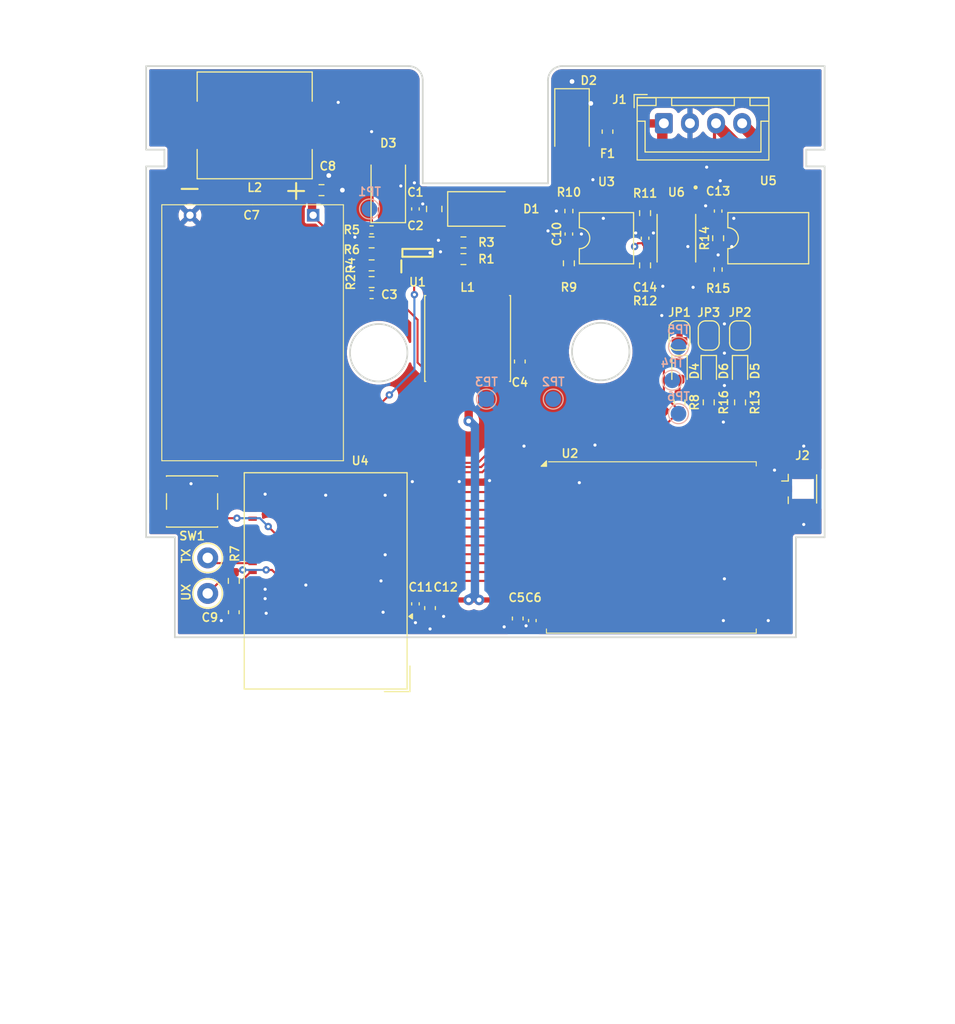
<source format=kicad_pcb>
(kicad_pcb (version 20241229) (generator "pcbnew") (generator_version "9.0")
  (title_block (comment 4 "AISLER Project ID: SLKYESEH"))
  (layers (0 "F.Cu" signal) (2 "B.Cu" signal) (13 "F.Paste" user) (15 "B.Paste" user) (5 "F.SilkS" user "F.Silkscreen") (7 "B.SilkS" user "B.Silkscreen") (1 "F.Mask" user) (3 "B.Mask" user) (25 "Edge.Cuts" user))
  (net 0 "")
  (net 1 "GND")
  (net 2 "+3.3V")
  (net 3 "/FB1")
  (net 4 "/VIN")
  (net 5 "/OPEN_BUZZER")
  (net 6 "/SW2")
  (net 7 "Net-(D4-A)")
  (net 8 "Net-(D4-K)")
  (net 9 "/I")
  (net 10 "/BELL_OFF")
  (net 11 "/RF.Antenna")
  (net 12 "/SW1")
  (net 13 "/VBS")
  (net 14 "/FB2")
  (net 15 "/~{BELL_SIGNAL}")
  (net 16 "Net-(R10-Pad1)")
  (net 17 "/RF.MOSI")
  (net 18 "/RF.IO3")
  (net 19 "/RF.MISO")
  (net 20 "/RF.IO0")
  (net 21 "/RF.SCLK")
  (net 22 "/~{POWER_FAIL}")
  (net 23 "Net-(D5-K)")
  (net 24 "/RF.IO2")
  (net 25 "/RF.IO1")
  (net 26 "/RF.IO5")
  (net 27 "/RF.IO4")
  (net 28 "/RF.Reset")
  (net 29 "/RF.CE")
  (net 30 "Net-(D5-A)")
  (net 31 "Net-(C7-Pad1)")
  (net 32 "Net-(U4-EN)")
  (net 33 "Net-(D1-A)")
  (net 34 "Net-(U6-A)")
  (net 36 "Net-(R15-Pad1)")
  (net 37 "Net-(U4-IO0)")
  (net 39 "/UART_TX")
  (net 40 "/UART_RX")
  (net 41 "Net-(D6-A)")
  (net 42 "Net-(D6-K)")
  (net 43 "/S_IN")
  (net 45 "/S_OUT")
  (footprint "Capacitor_SMD:C_0402_1005Metric" (layer "F.Cu") (at 133.8 117.8 -90)
    (property "Reference" "C12")
    (property "Value" "0.1uF")
  )
  (footprint "Resistor_SMD:R_0402_1005Metric_Pad0.72x0.64mm_HandSolder" (layer "F.Cu") (at 162.8 85.8 90)
    (property "Reference" "R15")
    (property "Value" "604")
  )
  (footprint "Capacitor_SMD:C_0402_1005Metric" (layer "F.Cu") (at 145 119.4 -90)
    (property "Reference" "C6")
    (property "Value" "0.1uF")
  )
  (footprint "Resistor_SMD:R_0402_1005Metric" (layer "F.Cu") (at 129.6 88.2)
    (property "Reference" "C3")
    (property "Value" "15pF")
  )
  (footprint "Resistor_SMD:R_0603_1608Metric" (layer "F.Cu") (at 148.5 85.2 -90)
    (property "Reference" "R9")
    (property "Value" "10k")
  )
  (footprint "TestPoint:TestPoint_Keystone_5000-5004_Miniature" (layer "F.Cu") (at 113.9 113.4)
    (property "Reference" "J3" (hide yes))
    (property "Value" "Conn_01x01")
  )
  (footprint "lib:OPTO_TLP2367_TPR_E" (layer "F.Cu") (at 158.8 82.8 -90)
    (property "Reference" "U6")
    (property "Value" "TLP2391")
  )
  (footprint "Capacitor_SMD:C_0402_1005Metric" (layer "F.Cu") (at 155.8 82.8 90)
    (property "Reference" "C14")
    (property "Value" "0.1uF")
  )
  (footprint "Package_DIP:SMDIP-4_W7.62mm" (layer "F.Cu") (at 152.1 82.8 90)
    (property "Reference" "U3")
    (property "Value" "G3VM-31DR")
  )
  (footprint "Capacitor_SMD:C_0402_1005Metric" (layer "F.Cu") (at 148.5 82.4 90)
    (property "Reference" "C10")
    (property "Value" "0.1uF")
  )
  (footprint "Resistor_SMD:R_0603_1608Metric" (layer "F.Cu") (at 155.8 85.4 -90)
    (property "Reference" "R12")
    (property "Value" "10k")
  )
  (footprint "Inductor_SMD:L_APV_ANR8040" (layer "F.Cu") (at 138.8 92.4 -90)
    (property "Reference" "L1")
    (property "Value" "15uH")
  )
  (footprint "Resistor_SMD:R_0603_1608Metric" (layer "F.Cu") (at 129.6 85.4 180)
    (property "Reference" "R4")
    (property "Value" "13.7k")
  )
  (footprint "Resistor_SMD:R_0603_1608Metric" (layer "F.Cu") (at 162.8 82.8 -90)
    (property "Reference" "R14")
    (property "Value" "10k")
  )
  (footprint "Jumper:SolderJumper-2_P1.3mm_Bridged_RoundedPad1.0x1.5mm" (layer "F.Cu") (at 161.9 92.1125 -90)
    (property "Reference" "JP3")
    (property "Value" "SolderJumper_2_Open")
  )
  (footprint "Jumper:SolderJumper-2_P1.3mm_Bridged_RoundedPad1.0x1.5mm" (layer "F.Cu") (at 159.1 92.1125 -90)
    (property "Reference" "JP1")
    (property "Value" "SolderJumper_2_Open")
  )
  (footprint "Resistor_SMD:R_0402_1005Metric" (layer "F.Cu") (at 129.6 82)
    (property "Reference" "R5")
    (property "Value" "40.2k")
  )
  (footprint "Resistor_SMD:R_0603_1608Metric" (layer "F.Cu") (at 159.1 98.5125 -90)
    (property "Reference" "R8")
    (property "Value" "5.6k")
  )
  (footprint "Resistor_SMD:R_0603_1608Metric" (layer "F.Cu") (at 129.6 87)
    (property "Reference" "R2")
    (property "Value" "43k")
  )
  (footprint "LED_SMD:LED_0603_1608Metric" (layer "F.Cu") (at 161.9 95.5125 -90)
    (property "Reference" "D6")
    (property "Value" "LED")
  )
  (footprint "lib:PHV5R4V155R" (layer "F.Cu") (at 112.2 80.6 180)
    (property "Reference" "C7")
    (property "Value" "1.5F, 5.4V" (hide yes))
  )
  (footprint "Resistor_SMD:R_0603_1608Metric" (layer "F.Cu") (at 138.4 84.8)
    (property "Reference" "R3")
    (property "Value" "10k")
  )
  (footprint "Resistor_SMD:R_0603_1608Metric" (layer "F.Cu") (at 155.8 80.4 -90)
    (property "Reference" "R11")
    (property "Value" "1.8k 200mW")
  )
  (footprint "Resistor_SMD:R_0603_1608Metric" (layer "F.Cu") (at 129.6 83.2 180)
    (property "Reference" "R6")
    (property "Value" "33.2k")
  )
  (footprint "TestPoint:TestPoint_Keystone_5000-5004_Miniature" (layer "F.Cu") (at 113.9 116.8)
    (property "Reference" "J4" (hide yes))
    (property "Value" "Conn_01x01")
  )
  (footprint "Resistor_SMD:R_0603_1608Metric" (layer "F.Cu") (at 164.9 98.5125 -90)
    (property "Reference" "R13")
    (property "Value" "5.6k")
  )
  (footprint "Button_Switch_SMD:SW_SPST_PTS647_Sx50" (layer "F.Cu") (at 112.4 108)
    (property "Reference" "SW1")
    (property "Value" "Boot")
  )
  (footprint "Inductor_SMD:L_APV_APH1040" (layer "F.Cu") (at 118.4 72 180)
    (property "Reference" "L2")
    (property "Value" "4.7uH")
  )
  (footprint "Resistor_SMD:R_0603_1608Metric" (layer "F.Cu") (at 116.4 115.6 -90)
    (property "Reference" "R7")
    (property "Value" "10k")
  )
  (footprint "Capacitor_SMD:C_0402_1005Metric" (layer "F.Cu") (at 162.8 80.2 90)
    (property "Reference" "C13")
    (property "Value" "0.1uF")
  )
  (footprint "LED_SMD:LED_0603_1608Metric" (layer "F.Cu") (at 164.9 95.5125 -90)
    (property "Reference" "D5")
    (property "Value" "LED")
  )
  (footprint "lib:SOT65P280X100-8N" (layer "F.Cu") (at 134 84.2 90)
    (property "Reference" "U1")
    (property "Value" "MP5493GJ-Z" (hide yes))
  )
  (footprint "Jumper:SolderJumper-2_P1.3mm_Bridged_RoundedPad1.0x1.5mm" (layer "F.Cu") (at 164.9 92.1125 -90)
    (property "Reference" "JP2")
    (property "Value" "SolderJumper_2_Open")
  )
  (footprint "Connector_JST:JST_XH_B4B-XH-A_1x04_P2.50mm_Vertical" (layer "F.Cu") (at 157.6 71.8)
    (property "Reference" "J1")
    (property "Value" "B4B-XH")
  )
  (footprint "Capacitor_SMD:C_0402_1005Metric" (layer "F.Cu") (at 133.8 80 90)
    (property "Reference" "C2")
    (property "Value" "0.1uF")
  )
  (footprint "Resistor_SMD:R_0603_1608Metric" (layer "F.Cu") (at 124.8 78.2)
    (property "Reference" "C8")
    (property "Value" "1uF")
  )
  (footprint "Diode_SMD:D_SMA" (layer "F.Cu") (at 131.2 77.8 90)
    (property "Reference" "D3")
    (property "Value" "2A")
  )
  (footprint "Diode_SMD:D_SMA" (layer "F.Cu") (at 140.4 80)
    (property "Reference" "D1")
    (property "Value" "2A")
  )
  (footprint "Capacitor_SMD:C_0603_1608Metric" (layer "F.Cu") (at 116.4 118.6 -90)
    (property "Reference" "C9")
    (property "Value" "1uF")
  )
  (footprint "Resistor_SMD:R_0402_1005Metric_Pad0.72x0.64mm_HandSolder" (layer "F.Cu") (at 148.5 80.2 90)
    (property "Reference" "R10")
    (property "Value" "604")
  )
  (footprint "Resistor_SMD:R_0603_1608Metric" (layer "F.Cu") (at 138.4 83.2 180)
    (property "Reference" "R1")
    (property "Value" "88.6k")
  )
  (footprint "Resistor_SMD:R_0603_1608Metric" (layer "F.Cu") (at 161.9 98.5125 -90)
    (property "Reference" "R16")
    (property "Value" "5.6k")
  )
  (footprint "Fuse:Fuse_0603_1608Metric" (layer "F.Cu") (at 152.2 72.6 -90)
    (property "Reference" "F1")
    (property "Value" "1A")
  )
  (footprint "Diode_SMD:D_SMA" (layer "F.Cu") (at 148.8 72 -90)
    (property "Reference" "D2")
    (property "Value" "P4SMAJ24CA-AQ")
  )
  (footprint "Connector_Coaxial:U.FL_Hirose_U.FL-R-SMT-1_Vertical" (layer "F.Cu") (at 170.4 106.8)
    (property "Reference" "J2")
    (property "Value" "CONUFL001-SMD-T")
  )
  (footprint "RF_Module:ESP32-S2-MINI-1" (layer "F.Cu") (at 125.2 115.6 180)
    (property "Reference" "U4")
    (property "Value" "ESP32-S2-MINI-2")
  )
  (footprint "Package_DIP:SMDIP-6_W7.62mm" (layer "F.Cu") (at 167.6 82.8 90)
    (property "Reference" "U5")
    (property "Value" "G3VM-63ER")
  )
  (footprint "Capacitor_SMD:C_0603_1608Metric" (layer "F.Cu") (at 143.6 119.2 -90)
    (property "Reference" "C5")
    (property "Value" "10uF")
  )
  (footprint "RF_Module:HOPERF_RFM69HW" (layer "F.Cu") (at 156.4 112.4)
    (property "Reference" "U2")
    (property "Value" "RFM69W")
  )
  (footprint "Capacitor_SMD:C_0805_2012Metric" (layer "F.Cu") (at 135.6 80 90)
    (property "Reference" "C1")
    (property "Value" "10uF")
  )
  (footprint "LED_SMD:LED_0603_1608Metric" (layer "F.Cu") (at 159.1 95.5125 -90)
    (property "Reference" "D4")
    (property "Value" "LED")
  )
  (footprint "Capacitor_SMD:C_0603_1608Metric" (layer "F.Cu") (at 143.8 94.6 90)
    (property "Reference" "C4")
    (property "Value" "10uF")
  )
  (footprint "Capacitor_SMD:C_0603_1608Metric" (layer "F.Cu") (at 135.2 118.2 -90)
    (property "Reference" "C11")
    (property "Value" "10uF")
  )
  (footprint "TestPoint:TestPoint_Pad_D1.5mm" (layer "B.Cu") (at 159 99.6 180)
    (property "Reference" "TP6")
    (property "Value" "TestPoint")
  )
  (footprint "TestPoint:TestPoint_Pad_D1.5mm" (layer "B.Cu") (at 159 93.2 180)
    (property "Reference" "TP5")
    (property "Value" "TestPoint")
  )
  (footprint "TestPoint:TestPoint_Pad_D1.5mm" (layer "B.Cu") (at 129.4 80 180)
    (property "Reference" "TP1")
    (property "Value" "TestPoint")
  )
  (footprint "TestPoint:TestPoint_Pad_D1.5mm" (layer "B.Cu") (at 140.6 98.2 180)
    (property "Reference" "TP3")
    (property "Value" "TestPoint")
  )
  (footprint "TestPoint:TestPoint_Pad_D1.5mm" (layer "B.Cu") (at 147 98.2 180)
    (property "Reference" "TP2")
    (property "Value" "TestPoint")
  )
  (footprint "TestPoint:TestPoint_Pad_D1.5mm" (layer "B.Cu") (at 158.4 96.4 180)
    (property "Reference" "TP4")
    (property "Value" "TestPoint")
  )
  (gr_line (start 171.25 74.325579) (end 171.25 75.925579) (stroke (width 0.16)) (layer "Edge.Cuts"))
  (gr_line (start 108 111.425579) (end 110.75 111.425579) (stroke (width 0.16)) (layer "Edge.Cuts"))
  (gr_line (start 134.5 77.54427) (end 146.5 77.54427) (stroke (width 0.16)) (layer "Edge.Cuts"))
  (gr_line (start 108 66.325579) (end 133.154834 66.325579) (stroke (width 0.16)) (layer "Edge.Cuts"))
  (gr_line (start 108 74.325579) (end 109.75 74.325579) (stroke (width 0.16)) (layer "Edge.Cuts"))
  (gr_line (start 147.845166 66.325579) (end 173 66.325579) (stroke (width 0.16)) (layer "Edge.Cuts"))
  (gr_line (start 110.75 121) (end 110.75 111.425579) (stroke (width 0.16)) (layer "Edge.Cuts"))
  (gr_line (start 134.5 67.670745) (end 134.5 77.54427) (stroke (width 0.16)) (layer "Edge.Cuts"))
  (gr_line (start 108 66.325579) (end 108 74.325579) (stroke (width 0.16)) (layer "Edge.Cuts"))
  (gr_line (start 173 75.925579) (end 173 111.425579) (stroke (width 0.16)) (layer "Edge.Cuts"))
  (gr_line (start 108 75.925579) (end 108 111.425579) (stroke (width 0.16)) (layer "Edge.Cuts"))
  (gr_line (start 109.75 75.925579) (end 108 75.925579) (stroke (width 0.16)) (layer "Edge.Cuts"))
  (gr_line (start 171.25 75.925579) (end 173 75.925579) (stroke (width 0.16)) (layer "Edge.Cuts"))
  (gr_circle (center 130.281841 93.763554) (end 127.531841 93.763554) (stroke (width 0.16)) (fill no) (layer "Edge.Cuts"))
  (gr_line (start 173 111.425579) (end 170.25 111.425579) (stroke (width 0.16)) (layer "Edge.Cuts"))
  (gr_circle (center 151.55151 93.650085) (end 148.80151 93.650085) (stroke (width 0.16)) (fill no) (layer "Edge.Cuts"))
  (gr_line (start 173 66.325579) (end 173 74.325579) (stroke (width 0.16)) (layer "Edge.Cuts"))
  (gr_line (start 146.5 77.54427) (end 146.5 67.670745) (stroke (width 0.16)) (layer "Edge.Cuts"))
  (gr_arc (start 133.154834 66.325579) (mid 134.10601 66.719569) (end 134.5 67.670745) (stroke (width 0.16)) (layer "Edge.Cuts"))
  (gr_line (start 109.75 74.325579) (end 109.75 75.925579) (stroke (width 0.16)) (layer "Edge.Cuts"))
  (gr_line (start 170.25 121) (end 110.75 121) (stroke (width 0.16)) (layer "Edge.Cuts"))
  (gr_arc (start 146.5 67.670745) (mid 146.89399 66.719569) (end 147.845166 66.325579) (stroke (width 0.16)) (layer "Edge.Cuts"))
  (gr_line (start 170.25 111.425579) (end 170.25 121) (stroke (width 0.16)) (layer "Edge.Cuts"))
  (gr_line (start 173 74.325579) (end 171.25 74.325579) (stroke (width 0.16)) (layer "Edge.Cuts"))
  (gr_text "TX" (at 112.3 114 90) (layer "F.SilkS") (effects (font (size 0.8 0.8) (thickness 0.15) (bold yes)) (justify left bottom)))
  (gr_text "+" (at 121 79.3 0) (layer "F.SilkS") (effects (font (size 2 2) (thickness 0.2)) (justify left bottom)))
  (gr_text "-" (at 110.8 79.1 0) (layer "F.SilkS") (effects (font (size 2 2) (thickness 0.2)) (justify left bottom)))
  (gr_text "UX\n" (at 112.3 117.6 90) (layer "F.SilkS") (effects (font (size 0.8 0.8) (thickness 0.15) (bold yes)) (justify left bottom)))
  (segment (start 128.4 83.1) (end 128 82.7) (width 0.2) (layer "F.Cu") (net 1))
  (segment (start 133.8 79.52) (end 134.5 79.52) (width 0.5) (layer "F.Cu") (net 1))
  (segment (start 134.5 79.52) (end 135.13 79.52) (width 0.5) (layer "F.Cu") (net 1))
  (segment (start 128.775 83.1) (end 128.4 83.1) (width 0.2) (layer "F.Cu") (net 1))
  (segment (start 135.13 79.52) (end 135.6 79.05) (width 0.5) (layer "F.Cu") (net 1))
  (via (at 163.3 100.4) (size 0.7) (drill 0.3) (layers "F.Cu" "B.Cu") (net 1))
  (via (at 130.9 107.4) (size 0.7) (drill 0.3) (layers "F.Cu" "B.Cu") (net 1))
  (via (at 164.1 83.6) (size 0.7) (drill 0.3) (layers "F.Cu" "B.Cu") (net 1))
  (via (at 136.5 119) (size 0.7) (drill 0.3) (layers "F.Cu" "B.Cu") (net 1))
  (via (at 134.5 79.52) (size 0.7) (drill 0.3) (layers "F.Cu" "B.Cu") (net 1))
  (via (at 132.4 77.8) (size 0.7) (drill 0.3) (layers "F.Cu" "B.Cu") (net 1))
  (via (at 151.8 80.9) (size 0.7) (drill 0.3) (layers "F.Cu" "B.Cu") (net 1))
  (via (at 130.9 113.1) (size 0.7) (drill 0.3) (layers "F.Cu" "B.Cu") (net 1))
  (via (at 119.4 117.3) (size 0.7) (drill 0.3) (layers "F.Cu" "B.Cu") (net 1))
  (via (at 163.4 93.8) (size 0.7) (drill 0.3) (layers "F.Cu" "B.Cu") (net 1))
  (via (at 136.2 84.1) (size 0.7) (drill 0.3) (layers "F.Cu" "B.Cu") (net 1))
  (via (at 148.8 67.8) (size 0.85) (drill 0.45) (layers "F.Cu" "B.Cu") (net 1))
  (via (at 147.3 80.2) (size 0.7) (drill 0.3) (layers "F.Cu" "B.Cu") (net 1))
  (via (at 163.4 96.9) (size 0.7) (drill 0.3) (layers "F.Cu" "B.Cu") (net 1))
  (via (at 146.5 82.1) (size 0.7) (drill 0.3) (layers "F.Cu" "B.Cu") (net 1))
  (via (at 126.4 69.8) (size 0.7) (drill 0.3) (layers "F.Cu" "B.Cu") (net 1))
  (via (at 161.7 76) (size 0.7) (drill 0.3) (layers "F.Cu" "B.Cu") (net 1))
  (via (at 136 83) (size 0.7) (drill 0.3) (layers "F.Cu" "B.Cu") (net 1))
  (via (at 151 102.6) (size 0.7) (drill 0.3) (layers "F.Cu" "B.Cu") (net 1))
  (via (at 119.4 116.4) (size 0.7) (drill 0.3) (layers "F.Cu" "B.Cu") (net 1))
  (via (at 160.4 87.5) (size 0.7) (drill 0.3) (layers "F.Cu" "B.Cu") (net 1))
  (via (at 125.2 107.4) (size 0.7) (drill 0.3) (layers "F.Cu" "B.Cu") (net 1))
  (via (at 157.4 90.2) (size 0.7) (drill 0.3) (layers "F.Cu" "B.Cu") (net 1))
  (via (at 133.7 77.5) (size 0.7) (drill 0.3) (layers "F.Cu" "B.Cu") (net 1))
  (via (at 163.4 91) (size 0.7) (drill 0.3) (layers "F.Cu" "B.Cu") (net 1))
  (via (at 171 110.2) (size 0.7) (drill 0.3) (layers "F.Cu" "B.Cu") (net 1))
  (via (at 123.3 116) (size 0.7) (drill 0.3) (layers "F.Cu" "B.Cu") (net 1))
  (via (at 157.5 87.4) (size 0.7) (drill 0.3) (layers "F.Cu" "B.Cu") (net 1))
  (via (at 163.4 115.4) (size 0.7) (drill 0.3) (layers "F.Cu" "B.Cu") (net 1))
  (via (at 135.2 84.2) (size 0.7) (drill 0.3) (layers "F.Cu" "B.Cu") (net 1))
  (via (at 138 106.1) (size 0.7) (drill 0.3) (layers "F.Cu" "B.Cu") (net 1))
  (via (at 115.2 119.4) (size 0.7) (drill 0.3) (layers "F.Cu" "B.Cu") (net 1))
  (via (at 159.9 83.6) (size 0.7) (drill 0.3) (layers "F.Cu" "B.Cu") (net 1))
  (via (at 161.6 79.7) (size 0.7) (drill 0.3) (layers "F.Cu" "B.Cu") (net 1))
  (via (at 149.5 106.2) (size 0.7) (drill 0.3) (layers "F.Cu" "B.Cu") (net 1))
  (via (at 164.3 80.9) (size 0.7) (drill 0.3) (layers "F.Cu" "B.Cu") (net 1))
  (via (at 144.2 102.7) (size 0.7) (drill 0.3) (layers "F.Cu" "B.Cu") (net 1))
  (via (at 119.5 118.7) (size 0.7) (drill 0.3) (layers "F.Cu" "B.Cu") (net 1))
  (via (at 128 82.7) (size 0.7) (drill 0.3) (layers "F.Cu" "B.Cu") (net 1))
  (via (at 163.3 119.4) (size 0.7) (drill 0.3) (layers "F.Cu" "B.Cu") (net 1))
  (via (at 168.2 105) (size 0.7) (drill 0.3) (layers "F.Cu" "B.Cu") (net 1))
  (via (at 167.6 119.4) (size 0.7) (drill 0.3) (layers "F.Cu" "B.Cu") (net 1))
  (via (at 150.6 69.9) (size 0.85) (drill 0.45) (layers "F.Cu" "B.Cu") (net 1))
  (via (at 127.6 85.5) (size 0.7) (drill 0.3) (layers "F.Cu" "B.Cu") (net 1))
  (via (at 150.8 77.2) (size 0.7) (drill 0.3) (layers "F.Cu" "B.Cu") (net 1))
  (via (at 149.7 82.4) (size 0.7) (drill 0.3) (layers "F.Cu" "B.Cu") (net 1))
  (via (at 133.5 106.1) (size 0.7) (drill 0.3) (layers "F.Cu" "B.Cu") (net 1))
  (via (at 130.7 118.6) (size 0.7) (drill 0.3) (layers "F.Cu" "B.Cu") (net 1))
  (via (at 112.3 106.3) (size 0.7) (drill 0.3) (layers "F.Cu" "B.Cu") (net 1))
  (via (at 129.6 72.6) (size 0.7) (drill 0.3) (layers "F.Cu" "B.Cu") (net 1))
  (via (at 163 77.3) (size 0.7) (drill 0.3) (layers "F.Cu" "B.Cu") (net 1))
  (via (at 162.8 84.4) (size 0.7) (drill 0.3) (layers "F.Cu" "B.Cu") (net 1))
  (via (at 125.5 76.8) (size 0.85) (drill 0.45) (layers "F.Cu" "B.Cu") (net 1))
  (via (at 133.8 119.6) (size 0.7) (drill 0.3) (layers "F.Cu" "B.Cu") (net 1))
  (via (at 130.5 115.6) (size 0.7) (drill 0.3) (layers "F.Cu" "B.Cu") (net 1))
  (via (at 140.9 106) (size 0.7) (drill 0.3) (layers "F.Cu" "B.Cu") (net 1))
  (via (at 156.6 82.3) (size 0.7) (drill 0.3) (layers "F.Cu" "B.Cu") (net 1))
  (via (at 171 102.7) (size 0.7) (drill 0.3) (layers "F.Cu" "B.Cu") (net 1))
  (via (at 144.4 119.9) (size 0.7) (drill 0.3) (layers "F.Cu" "B.Cu") (net 1))
  (via (at 135.2 120.2) (size 0.7) (drill 0.3) (layers "F.Cu" "B.Cu") (net 1))
  (via (at 119.4 107.3) (size 0.7) (drill 0.3) (layers "F.Cu" "B.Cu") (net 1))
  (via (at 154.9 82.3) (size 0.7) (drill 0.3) (layers "F.Cu" "B.Cu") (net 1))
  (via (at 126.8 78.2) (size 0.85) (drill 0.45) (layers "F.Cu" "B.Cu") (net 1))
  (via (at 142.3 120) (size 0.7) (drill 0.3) (layers "F.Cu" "B.Cu") (net 1))
  (segment (start 134.795 117.32) (end 135.1 117.625) (width 0.4) (layer "F.Cu") (net 2))
  (segment (start 133.78 117.3) (end 133.8 117.32) (width 0.4) (layer "F.Cu") (net 2))
  (segment (start 117.149998 114.65) (end 117.249998 114.55) (width 0.2) (layer "F.Cu") (net 2))
  (segment (start 159.275 84.475) (end 155.7 84.475) (width 0.2) (layer "F.Cu") (net 2))
  (segment (start 134 94.7) (end 134.6 95.3) (width 0.2) (layer "F.Cu") (net 2))
  (segment (start 134.6 95.3) (end 138.7 95.3) (width 0.2) (layer "F.Cu") (net 2))
  (segment (start 129.5 89.4) (end 132.8 89.4) (width 0.2) (layer "F.Cu") (net 2))
  (segment (start 143.995 118.92) (end 143.5 118.425) (width 0.4) (layer "F.Cu") (net 2))
  (segment (start 155.8 83.28) (end 155.12 83.28) (width 0.2) (layer "F.Cu") (net 2))
  (segment (start 119.5 114.55) (end 120.05 114.55) (width 0.2) (layer "F.Cu") (net 2))
  (segment (start 135.1 117.425) (end 142.5 117.425) (width 0.5) (layer "F.Cu") (net 2))
  (segment (start 145.55 95.3) (end 138.7 95.3) (width 1) (layer "F.Cu") (net 2))
  (segment (start 129.09 88.2) (end 129.09 88.99) (width 0.2) (layer "F.Cu") (net 2))
  (segment (start 159.97 85.95) (end 159.97 85.17) (width 0.2) (layer "F.Cu") (net 2))
  (segment (start 133.8 117.32) (end 134.795 117.32) (width 0.4) (layer "F.Cu") (net 2))
  (segment (start 142.5 117.425) (end 143.5 118.425) (width 0.5) (layer "F.Cu") (net 2))
  (segment (start 120.05 114.55) (end 122.8 117.3) (width 0.2) (layer "F.Cu") (net 2))
  (segment (start 129.09 88.99) (end 129.5 89.4) (width 0.2) (layer "F.Cu") (net 2))
  (segment (start 146.1 119.4) (end 145.62 118.92) (width 0.4) (layer "F.Cu") (net 2))
  (segment (start 147.2 119.4) (end 146.1 119.4) (width 0.4) (layer "F.Cu") (net 2))
  (segment (start 144.9 118.92) (end 143.995 118.92) (width 0.4) (layer "F.Cu") (net 2))
  (segment (start 134 90.6) (end 134 94.7) (width 0.2) (layer "F.Cu") (net 2))
  (segment (start 128.775 87.885) (end 129.09 88.2) (width 0.2) (layer "F.Cu") (net 2))
  (segment (start 138.9 95.5) (end 138.8 95.4) (width 0.8) (layer "F.Cu") (net 2))
  (segment (start 128.775 86.9) (end 128.775 87.885) (width 0.2) (layer "F.Cu") (net 2))
  (segment (start 155.7 84.475) (end 155.7 83.28) (width 0.2) (layer "F.Cu") (net 2))
  (segment (start 132.2 117.3) (end 133.78 117.3) (width 0.4) (layer "F.Cu") (net 2))
  (segment (start 155.12 83.28) (end 154.8 83.6) (width 0.2) (layer "F.Cu") (net 2))
  (segment (start 132.8 89.4) (end 134 90.6) (width 0.2) (layer "F.Cu") (net 2))
  (segment (start 159.97 85.17) (end 159.275 84.475) (width 0.2) (layer "F.Cu") (net 2))
  (segment (start 116.4 114.65) (end 117.149998 114.65) (width 0.2) (layer "F.Cu") (net 2))
  (segment (start 138.9 100.3) (end 138.9 95.5) (width 0.8) (layer "F.Cu") (net 2))
  (segment (start 122.8 117.3) (end 132.2 117.3) (width 0.2) (layer "F.Cu") (net 2))
  (segment (start 145.62 118.92) (end 144.9 118.92) (width 0.4) (layer "F.Cu") (net 2))
  (via (at 154.8 83.6) (size 0.7) (drill 0.3) (layers "F.Cu" "B.Cu") (net 2))
  (via (at 139.9 117.425) (size 1) (drill 0.45) (layers "F.Cu" "B.Cu") (net 2))
  (via (at 138.9 117.425) (size 1) (drill 0.45) (layers "F.Cu" "B.Cu") (net 2))
  (via (at 119.5 114.55) (size 0.7) (drill 0.3) (layers "F.Cu" "B.Cu") (net 2))
  (via (at 117.249998 114.55) (size 0.7) (drill 0.3) (layers "F.Cu" "B.Cu") (net 2))
  (via (at 138.9 100.3) (size 1) (drill 0.45) (layers "F.Cu" "B.Cu") (net 2))
  (segment (start 139.5 117.025) (end 139.5 100.8) (width 0.8) (layer "B.Cu") (net 2))
  (segment (start 139.9 117.425) (end 139.5 117.025) (width 0.5) (layer "B.Cu") (net 2))
  (segment (start 139.1 117.425) (end 139.5 117.025) (width 0.5) (layer "B.Cu") (net 2))
  (segment (start 139.5 100.8) (end 139 100.3) (width 0.8) (layer "B.Cu") (net 2))
  (segment (start 119.5 114.55) (end 117.249998 114.55) (width 0.2) (layer "B.Cu") (net 2))
  (segment (start 138.9 117.425) (end 139.1 117.425) (width 0.5) (layer "B.Cu") (net 2))
  (segment (start 139 100.3) (end 138.9 100.3) (width 0.8) (layer "B.Cu") (net 2))
  (segment (start 130.425 87.885) (end 130.11 88.2) (width 0.2) (layer "F.Cu") (net 3))
  (segment (start 132.925 85.4) (end 133.025 85.5) (width 0.2) (layer "F.Cu") (net 3))
  (segment (start 130.425 86.9) (end 130.425 87.885) (width 0.2) (layer "F.Cu") (net 3))
  (segment (start 130.425 85.4) (end 130.425 86.9) (width 0.2) (layer "F.Cu") (net 3))
  (segment (start 130.425 85.4) (end 132.925 85.4) (width 0.2) (layer "F.Cu") (net 3))
  (segment (start 159.1 99.3375) (end 157.6 97.8375) (width 0.2) (layer "F.Cu") (net 5))
  (segment (start 139.8 104.3) (end 130.5 104.3) (width 0.2) (layer "F.Cu") (net 5))
  (segment (start 157.6 92.5) (end 154 88.9) (width 0.2) (layer "F.Cu") (net 5))
  (segment (start 148.5 84.275) (end 149.605 84.275) (width 0.2) (layer "F.Cu") (net 5))
  (segment (start 143.5 100.6) (end 139.8 104.3) (width 0.2) (layer "F.Cu") (net 5))
  (segment (start 157.6 97.8375) (end 157.6 92.5) (width 0.2) (layer "F.Cu") (net 5))
  (segment (start 149.605 84.275) (end 151.13 85.8) (width 0.2) (layer "F.Cu") (net 5))
  (segment (start 152.3 88.9) (end 150.83 87.43) (width 0.2) (layer "F.Cu") (net 5))
  (segment (start 129.45 105.35) (end 129.45 106.05) (width 0.2) (layer "F.Cu") (net 5))
  (segment (start 148.5 82.88) (end 148.5 84.275) (width 0.2) (layer "F.Cu") (net 5))
  (segment (start 157.8375 100.6) (end 143.5 100.6) (width 0.2) (layer "F.Cu") (net 5))
  (segment (start 150.83 87.43) (end 150.83 86.61) (width 0.2) (layer "F.Cu") (net 5))
  (segment (start 130.5 104.3) (end 129.45 105.35) (width 0.2) (layer "F.Cu") (net 5))
  (segment (start 159.1 99.3375) (end 157.8375 100.6) (width 0.2) (layer "F.Cu") (net 5))
  (segment (start 154 88.9) (end 152.3 88.9) (width 0.2) (layer "F.Cu") (net 5))
  (segment (start 127.8 68.3) (end 131.1 71.6) (width 1) (layer "F.Cu") (net 6))
  (segment (start 131.1 71.6) (end 131.1 75.8) (width 1) (layer "F.Cu") (net 6))
  (segment (start 113.65 71.9) (end 117.25 68.3) (width 1) (layer "F.Cu") (net 6))
  (segment (start 117.25 68.3) (end 127.8 68.3) (width 1) (layer "F.Cu") (net 6))
  (segment (start 159.1 97.5875) (end 159.1 96.3) (width 0.2) (layer "F.Cu") (net 7))
  (segment (start 159.1 94.725) (end 159.1 92.8625) (width 0.2) (layer "F.Cu") (net 8))
  (segment (start 153.37 77.73) (end 157.45 73.65) (width 1) (layer "F.Cu") (net 9))
  (segment (start 157.4125 71.8125) (end 157.45 71.775) (width 0.8) (layer "F.Cu") (net 9))
  (segment (start 152.1 71.8125) (end 157.4125 71.8125) (width 0.8) (layer "F.Cu") (net 9))
  (segment (start 153.37 78.99) (end 153.37 77.73) (width 1) (layer "F.Cu") (net 9))
  (segment (start 157.45 73.65) (end 157.45 71.775) (width 1) (layer "F.Cu") (net 9))
  (segment (start 164.9 100.5) (end 164.9 99.3375) (width 0.2) (layer "F.Cu") (net 10))
  (segment (start 166 90.7) (end 164.9 89.6) (width 0.2) (layer "F.Cu") (net 10))
  (segment (start 140.2 105.2) (end 143.8 101.6) (width 0.2) (layer "F.Cu") (net 10))
  (segment (start 161.5 82.5) (end 162.025 81.975) (width 0.2) (layer "F.Cu") (net 10))
  (segment (start 131.15 105.65) (end 131.6 105.2) (width 0.2) (layer "F.Cu") (net 10))
  (segment (start 164.9 89.6) (end 163.1 89.6) (width 0.2) (layer "F.Cu") (net 10))
  (segment (start 166 98.5) (end 166 90.7) (width 0.2) (layer "F.Cu") (net 10))
  (segment (start 164.9 99.3375) (end 165.1625 99.3375) (width 0.2) (layer "F.Cu") (net 10))
  (segment (start 165.1625 99.3375) (end 166 98.5) (width 0.2) (layer "F.Cu") (net 10))
  (segment (start 131.6 105.2) (end 140.2 105.2) (width 0.2) (layer "F.Cu") (net 10))
  (segment (start 163.975 81.975) (end 162.7 81.975) (width 0.2) (layer "F.Cu") (net 10))
  (segment (start 163.8 101.6) (end 164.9 100.5) (width 0.2) (layer "F.Cu") (net 10))
  (segment (start 143.8 101.6) (end 163.8 101.6) (width 0.2) (layer "F.Cu") (net 10))
  (segment (start 165.06 83.06) (end 163.975 81.975) (width 0.2) (layer "F.Cu") (net 10))
  (segment (start 162.8 81.875) (end 162.7 81.975) (width 0.2) (layer "F.Cu") (net 10))
  (segment (start 165.06 86.61) (end 165.06 83.06) (width 0.2) (layer "F.Cu") (net 10))
  (segment (start 162.8 80.68) (end 162.8 81.875) (width 0.2) (layer "F.Cu") (net 10))
  (segment (start 162.025 81.975) (end 162.8 81.975) (width 0.2) (layer "F.Cu") (net 10))
  (segment (start 131.15 106.05) (end 131.15 105.65) (width 0.2) (layer "F.Cu") (net 10))
  (segment (start 161.5 88) (end 161.5 82.5) (width 0.2) (layer "F.Cu") (net 10))
  (segment (start 163.1 89.6) (end 161.5 88) (width 0.2) (layer "F.Cu") (net 10))
  (segment (start 165.4 117.4) (end 167.3 117.4) (width 0.85) (layer "F.Cu") (net 11))
  (segment (start 168.5 107.55) (end 169.25 106.8) (width 0.85) (layer "F.Cu") (net 11))
  (segment (start 167.3 117.4) (end 168.5 116.2) (width 0.85) (layer "F.Cu") (net 11))
  (segment (start 168.5 116.2) (end 168.5 107.55) (width 0.85) (layer "F.Cu") (net 11))
  (segment (start 136.6 85.5) (end 134.975 85.5) (width 0.2) (layer "F.Cu") (net 13))
  (segment (start 137.575 83.1) (end 137.575 84.7) (width 0.2) (layer "F.Cu") (net 13))
  (segment (start 137.575 84.7) (end 137.4 84.7) (width 0.2) (layer "F.Cu") (net 13))
  (segment (start 137.4 84.7) (end 136.6 85.5) (width 0.2) (layer "F.Cu") (net 13))
  (segment (start 130.11 81.9) (end 130.11 82.885) (width 0.2) (layer "F.Cu") (net 14))
  (segment (start 130.725 82.9) (end 130.425 83.2) (width 0.2) (layer "F.Cu") (net 14))
  (segment (start 133.025 82.9) (end 130.725 82.9) (width 0.2) (layer "F.Cu") (net 14))
  (segment (start 130.11 82.885) (end 130.425 83.2) (width 0.2) (layer "F.Cu") (net 14))
  (segment (start 140.1 104.7) (end 143.7 101.1) (width 0.2) (layer "F.Cu") (net 15))
  (segment (start 130.3 106.05) (end 130.3 105.4) (width 0.2) (layer "F.Cu") (net 15))
  (segment (start 143.7 101.1) (end 161 101.1) (width 0.2) (layer "F.Cu") (net 15))
  (segment (start 155.7 85.9) (end 156.7 84.9) (width 0.2) (layer "F.Cu") (net 15))
  (segment (start 161 101.1) (end 161.9 100.2) (width 0.2) (layer "F.Cu") (net 15))
  (segment (start 130.3 105.4) (end 131 104.7) (width 0.2) (layer "F.Cu") (net 15))
  (segment (start 156.7 84.9) (end 158.4 84.9) (width 0.2) (layer "F.Cu") (net 15))
  (segment (start 160.5 97.9375) (end 160.5 89.1) (width 0.2) (layer "F.Cu") (net 15))
  (segment (start 158.7 85.2) (end 158.7 85.95) (width 0.2) (layer "F.Cu") (net 15))
  (segment (start 158.8 87.4) (end 158.8 85.95) (width 0.2) (layer "F.Cu") (net 15))
  (segment (start 161.9 99.3375) (end 160.5 97.9375) (width 0.2) (layer "F.Cu") (net 15))
  (segment (start 160.5 89.1) (end 158.8 87.4) (width 0.2) (layer "F.Cu") (net 15))
  (segment (start 155.7 86.125) (end 155.7 85.9) (width 0.2) (layer "F.Cu") (net 15))
  (segment (start 158.4 84.9) (end 158.7 85.2) (width 0.2) (layer "F.Cu") (net 15))
  (segment (start 161.9 100.2) (end 161.9 99.3375) (width 0.2) (layer "F.Cu") (net 15))
  (segment (start 131 104.7) (end 140.1 104.7) (width 0.2) (layer "F.Cu") (net 15))
  (segment (start 148.5 80.7975) (end 148.6 80.6975) (width 0.2) (layer "F.Cu") (net 16))
  (segment (start 153.67 84.37) (end 153.67 85.8) (width 0.2) (layer "F.Cu") (net 16))
  (segment (start 149.9975 80.6975) (end 153.67 84.37) (width 0.2) (layer "F.Cu") (net 16))
  (segment (start 148.6 80.6975) (end 149.9975 80.6975) (width 0.2) (layer "F.Cu") (net 16))
  (segment (start 132.2 107.95) (end 141.15 107.95) (width 0.2) (layer "F.Cu") (net 17))
  (segment (start 141.15 107.95) (end 145.5 103.6) (width 0.2) (layer "F.Cu") (net 17))
  (segment (start 145.5 103.6) (end 149.7 103.6) (width 0.2) (layer "F.Cu") (net 17))
  (segment (start 155.5 109.4) (end 165.4 109.4) (width 0.2) (layer "F.Cu") (net 17))
  (segment (start 149.7 103.6) (end 155.5 109.4) (width 0.2) (layer "F.Cu") (net 17))
  (segment (start 132.2 113.9) (end 145.4 113.9) (width 0.2) (layer "F.Cu") (net 18))
  (segment (start 145.4 113.9) (end 145.9 113.4) (width 0.2) (layer "F.Cu") (net 18))
  (segment (start 145.9 113.4) (end 147.2 113.4) (width 0.2) (layer "F.Cu") (net 18))
  (segment (start 156.9 111.4) (end 165.4 111.4) (width 0.2) (layer "F.Cu") (net 19))
  (segment (start 149.5 104) (end 156.9 111.4) (width 0.2) (layer "F.Cu") (net 19))
  (segment (start 140.9 108.8) (end 145.7 104) (width 0.2) (layer "F.Cu") (net 19))
  (segment (start 132.2 108.8) (end 140.9 108.8) (width 0.2) (layer "F.Cu") (net 19))
  (segment (start 145.7 104) (end 149.5 104) (width 0.2) (layer "F.Cu") (net 19))
  (segment (start 132.2 111.35) (end 142.15 111.35) (width 0.2) (layer "F.Cu") (net 20))
  (segment (start 146.1 107.4) (end 147.2 107.4) (width 0.2) (layer "F.Cu") (net 20))
  (segment (start 142.15 111.35) (end 146.1 107.4) (width 0.2) (layer "F.Cu") (net 20))
  (segment (start 158.3 113.4) (end 165.4 113.4) (width 0.2) (layer "F.Cu") (net 21))
  (segment (start 149.3 104.4) (end 158.3 113.4) (width 0.2) (layer "F.Cu") (net 21))
  (segment (start 132.2 109.65) (end 140.65 109.65) (width 0.2) (layer "F.Cu") (net 21))
  (segment (start 140.65 109.65) (end 145.9 104.4) (width 0.2) (layer "F.Cu") (net 21))
  (segment (start 145.9 104.4) (end 149.3 104.4) (width 0.2) (layer "F.Cu") (net 21))
  (segment (start 133.675 85.5) (end 133.675 88.175) (width 0.2) (layer "F.Cu") (net 22))
  (segment (start 128.6 100.5) (end 128.6 106.05) (width 0.2) (layer "F.Cu") (net 22))
  (segment (start 131.3 97.8) (end 128.6 100.5) (width 0.2) (layer "F.Cu") (net 22))
  (segment (start 133.675 88.175) (end 133.7 88.2) (width 0.2) (layer "F.Cu") (net 22))
  (via (at 131.3 97.8) (size 0.7) (drill 0.3) (layers "F.Cu" "B.Cu") (net 22))
  (via (at 133.7 88.2) (size 0.7) (drill 0.3) (layers "F.Cu" "B.Cu") (net 22))
  (segment (start 133.7 95.4) (end 131.3 97.8) (width 0.2) (layer "B.Cu") (net 22))
  (segment (start 133.7 88.2) (end 133.7 95.4) (width 0.2) (layer "B.Cu") (net 22))
  (segment (start 164.8 94.725) (end 164.8 92.8625) (width 0.2) (layer "F.Cu") (net 23))
  (segment (start 132.2 113.05) (end 144.25 113.05) (width 0.2) (layer "F.Cu") (net 24))
  (segment (start 145.9 111.4) (end 147.2 111.4) (width 0.2) (layer "F.Cu") (net 24))
  (segment (start 144.25 113.05) (end 145.9 111.4) (width 0.2) (layer "F.Cu") (net 24))
  (segment (start 132.2 112.2) (end 143.1 112.2) (width 0.2) (layer "F.Cu") (net 25))
  (segment (start 145.9 109.4) (end 147.2 109.4) (width 0.2) (layer "F.Cu") (net 25))
  (segment (start 143.1 112.2) (end 145.9 109.4) (width 0.2) (layer "F.Cu") (net 25))
  (segment (start 145.9 117.4) (end 147.2 117.4) (width 0.2) (layer "F.Cu") (net 26))
  (segment (start 132.2 115.6) (end 144.1 115.6) (width 0.2) (layer "F.Cu") (net 26))
  (segment (start 144.1 115.6) (end 145.9 117.4) (width 0.2) (layer "F.Cu") (net 26))
  (segment (start 146.1 115.4) (end 147.2 115.4) (width 0.2) (layer "F.Cu") (net 27))
  (segment (start 132.2 114.75) (end 145.45 114.75) (width 0.2) (layer "F.Cu") (net 27))
  (segment (start 145.45 114.75) (end 146.1 115.4) (width 0.2) (layer "F.Cu") (net 27))
  (segment (start 141.2 110.5) (end 146.3 105.4) (width 0.2) (layer "F.Cu") (net 28))
  (segment (start 146.3 105.4) (end 147.2 105.4) (width 0.2) (layer "F.Cu") (net 28))
  (segment (start 132.2 110.5) (end 141.2 110.5) (width 0.2) (layer "F.Cu") (net 28))
  (segment (start 154.1 107.4) (end 149.9 103.2) (width 0.2) (layer "F.Cu") (net 29))
  (segment (start 165.4 107.4) (end 154.1 107.4) (width 0.2) (layer "F.Cu") (net 29))
  (segment (start 132.2 107.1) (end 141.4 107.1) (width 0.2) (layer "F.Cu") (net 29))
  (segment (start 141.4 107.1) (end 145.3 103.2) (width 0.2) (layer "F.Cu") (net 29))
  (segment (start 145.3 103.2) (end 149.9 103.2) (width 0.2) (layer "F.Cu") (net 29))
  (segment (start 164.8 97.5875) (end 164.8 96.3) (width 0.2) (layer "F.Cu") (net 30))
  (segment (start 129.09 81.9) (end 125.2 81.9) (width 0.2) (layer "F.Cu") (net 31))
  (segment (start 123.9 78.225) (end 123.875 78.2) (width 0.8) (layer "F.Cu") (net 31))
  (segment (start 125.2 81.9) (end 123.9 80.6) (width 0.2) (layer "F.Cu") (net 31))
  (segment (start 123.875 78.2) (end 123.875 72.625) (width 0.8) (layer "F.Cu") (net 31))
  (segment (start 123.875 72.625) (end 123.15 71.9) (width 0.8) (layer "F.Cu") (net 31))
  (segment (start 123.9 80.6) (end 123.9 78.225) (width 0.8) (layer "F.Cu") (net 31))
  (segment (start 117.675 119) (end 116.4 117.725) (width 0.2) (layer "F.Cu") (net 32))
  (segment (start 116.4 116.325) (end 116.4 117.725) (width 0.2) (layer "F.Cu") (net 32))
  (segment (start 118.2 119) (end 117.675 119) (width 0.2) (layer "F.Cu") (net 32))
  (segment (start 145.8 79.9) (end 148.8 76.9) (width 0.8) (layer "F.Cu") (net 33))
  (segment (start 148.8 76.9) (end 148.8 73.9) (width 0.8) (layer "F.Cu") (net 33))
  (segment (start 142.4 82.1) (end 142.4 79.9) (width 0.2) (layer "F.Cu") (net 33))
  (segment (start 139.225 83.1) (end 141.4 83.1) (width 0.2) (layer "F.Cu") (net 33))
  (segment (start 141.4 83.1) (end 142.4 82.1) (width 0.2) (layer "F.Cu") (net 33))
  (segment (start 149.3125 73.3875) (end 152.1 73.3875) (width 0.8) (layer "F.Cu") (net 33))
  (segment (start 148.8 73.9) (end 149.3125 73.3875) (width 0.8) (layer "F.Cu") (net 33))
  (segment (start 142.4 79.9) (end 145.8 79.9) (width 0.8) (layer "F.Cu") (net 33))
  (segment (start 159.97 79.65) (end 158.495 81.125) (width 0.3) (layer "F.Cu") (net 34))
  (segment (start 158.495 81.125) (end 155.7 81.125) (width 0.3) (layer "F.Cu") (net 34))
  (segment (start 162.8 86.754999) (end 162.8 86.3975) (width 0.2) (layer "F.Cu") (net 36))
  (segment (start 167.6 86.61) (end 166.299 87.911) (width 0.2) (layer "F.Cu") (net 36))
  (segment (start 166.299 87.911) (end 163.956001 87.911) (width 0.2) (layer "F.Cu") (net 36))
  (segment (start 163.956001 87.911) (end 162.8 86.754999) (width 0.2) (layer "F.Cu") (net 36))
  (segment (start 116.7 109.6) (end 115.025 109.6) (width 0.2) (layer "F.Cu") (net 37))
  (segment (start 120.7 111.4) (end 119.7 110.4) (width 0.2) (layer "F.Cu") (net 37))
  (segment (start 114.925 109.5) (end 109.675 109.5) (width 0.2) (layer "F.Cu") (net 37))
  (segment (start 131.3 116.8) (end 122.9 116.8) (width 0.2) (layer "F.Cu") (net 37))
  (segment (start 122.9 116.8) (end 120.7 114.6) (width 0.2) (layer "F.Cu") (net 37))
  (segment (start 115.025 109.6) (end 114.925 109.5) (width 0.2) (layer "F.Cu") (net 37))
  (segment (start 132.2 116.45) (end 131.65 116.45) (width 0.2) (layer "F.Cu") (net 37))
  (segment (start 131.65 116.45) (end 131.3 116.8) (width 0.2) (layer "F.Cu") (net 37))
  (segment (start 120.7 114.6) (end 120.7 111.4) (width 0.2) (layer "F.Cu") (net 37))
  (via (at 119.7 110.4) (size 0.7) (drill 0.3) (layers "F.Cu" "B.Cu") (net 37))
  (via (at 116.7 109.6) (size 0.7) (drill 0.3) (layers "F.Cu" "B.Cu") (net 37))
  (segment (start 119.7 110.4) (end 118.9 109.6) (width 0.2) (layer "B.Cu") (net 37))
  (segment (start 118.9 109.6) (end 116.7 109.6) (width 0.2) (layer "B.Cu") (net 37))
  (segment (start 118.2 113.9) (end 114.4 113.9) (width 0.2) (layer "F.Cu") (net 39))
  (segment (start 114.4 113.9) (end 113.9 113.4) (width 0.2) (layer "F.Cu") (net 39))
  (segment (start 113.9 116.8) (end 115.1 115.6) (width 0.2) (layer "F.Cu") (net 40))
  (segment (start 118 114.75) (end 118.2 114.75) (width 0.2) (layer "F.Cu") (net 40))
  (segment (start 115.1 115.6) (end 117.15 115.6) (width 0.2) (layer "F.Cu") (net 40))
  (segment (start 117.15 115.6) (end 118 114.75) (width 0.2) (layer "F.Cu") (net 40))
  (segment (start 161.9 97.5875) (end 161.9 96.3) (width 0.2) (layer "F.Cu") (net 41))
  (segment (start 161.9 94.725) (end 161.9 92.8625) (width 0.2) (layer "F.Cu") (net 42))
  (segment (start 165.06 78.99) (end 165.06 74.385) (width 1.2) (layer "F.Cu") (net 43))
  (segment (start 165.06 74.385) (end 162.45 71.775) (width 1.2) (layer "F.Cu") (net 43))
  (segment (start 162.45 73.25) (end 157.43 78.27) (width 0.3) (layer "F.Cu") (net 43))
  (segment (start 157.43 78.27) (end 157.43 79.65) (width 0.3) (layer "F.Cu") (net 43))
  (segment (start 162.45 71.775) (end 162.45 73.25) (width 0.3) (layer "F.Cu") (net 43))
  (segment (start 170.14 76.965) (end 170.14 78.99) (width 1.2) (layer "F.Cu") (net 45))
  (segment (start 164.95 71.775) (end 170.14 76.965) (width 1.2) (layer "F.Cu") (net 45))
  (zone (net 4) (net_name "/VIN") (layer "F.Cu") (name "VIN") (priority 3) (connect_pads thru_hole_only (clearance 0.15)) (min_thickness 0.2) (fill yes (thermal_gap 0.5) (thermal_bridge_width 0.5))
    (polygon (pts (xy 133.8 79.9) (xy 139.6 79.9) (xy 139.6 81.4) (xy 138.5 82.3) (xy 134.1 82.3) (xy 133.9 83.5) (xy 133.4 83.5) (xy 133.2 82.3) (xy 131.4 82.3) (xy 130.2 80.9) (xy 130.2 79.8)))
  )
  (zone (net 6) (net_name "/SW2") (layer "F.Cu") (name "SW2") (priority 2) (connect_pads thru_hole_only (clearance 0.15)) (min_thickness 0.2) (fill yes (thermal_gap 0.5) (thermal_bridge_width 0.5))
    (polygon (pts (xy 128.301574 83.5) (xy 131.789175 83.488388) (xy 133.9 83.5) (xy 134.1 82.3) (xy 134.6 82.3) (xy 134.8 83.5) (xy 134.8 84.7) (xy 123.4 84.7) (xy 111.6 73.8) (xy 111.6 72.6) (xy 115.7 72.6) (xy 126.8 82.6)))
  )
  (zone (net 12) (net_name "/SW1") (layer "F.Cu") (name "SW1") (priority 2) (connect_pads thru_hole_only (clearance 0.15)) (min_thickness 0.2) (fill yes (thermal_gap 0.5) (thermal_bridge_width 0.5))
    (polygon (pts (xy 134.1 84.9) (xy 134.1 86.1) (xy 135 90.3) (xy 142.5 90.3) (xy 142.5 88.4) (xy 134.8 84.9)))
  )
  (zone (net 1) (net_name "GND") (layers "F.Cu" "B.Cu") (name "GND") (priority 2) (connect_pads (clearance 0.5)) (min_thickness 0.25) (fill yes (thermal_gap 0.5) (thermal_bridge_width 0.5))
    (polygon (pts (xy 94 158) (xy 94 60) (xy 185.5 60) (xy 185.5 158)))
  )
)
</source>
